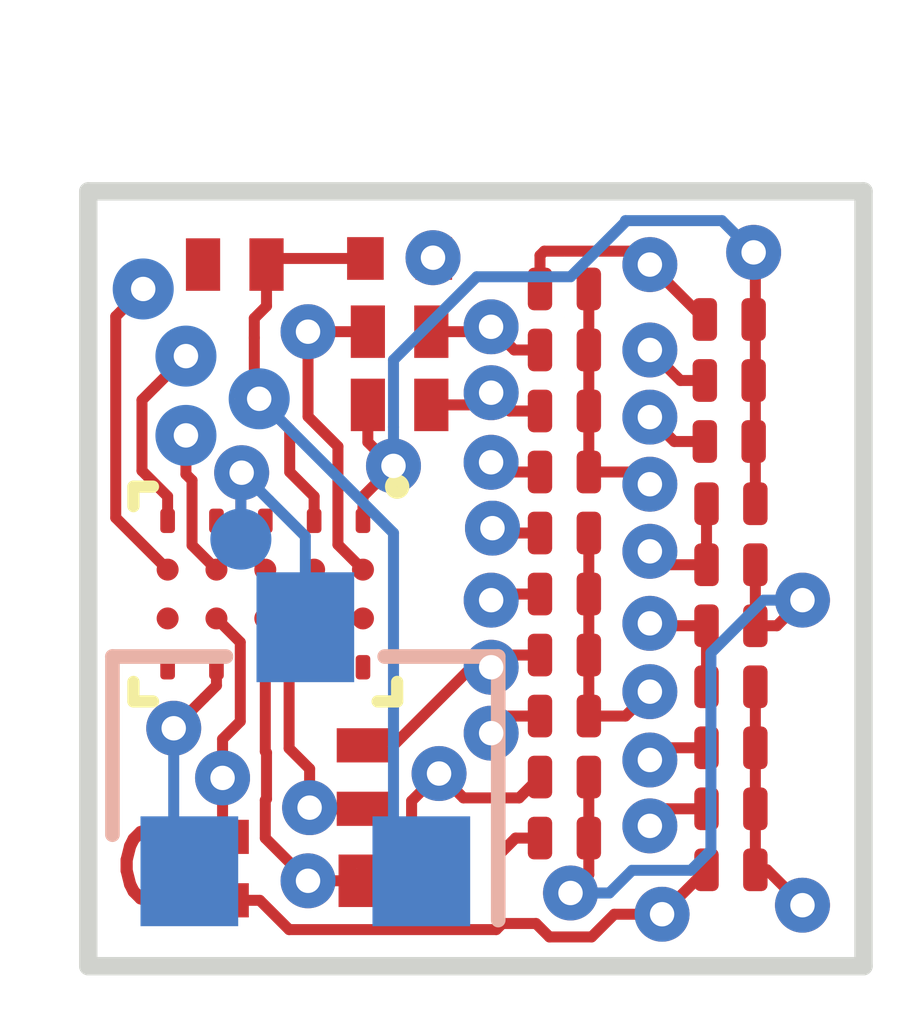
<source format=kicad_pcb>
(kicad_pcb (version 20221018) (generator pcbnew)
  (layers (0 "F.Cu" signal) (1 "In1.Cu" signal) (2 "In2.Cu" signal) (31 "B.Cu" signal) (34 "B.Paste" user) (35 "F.Paste" user) (36 "B.SilkS" user "B.Silkscreen") (37 "F.SilkS" user "F.Silkscreen") (38 "B.Mask" user) (39 "F.Mask" user) (44 "Edge.Cuts" user))
  (net 0 "")
  (net 1 "GND")
  (net 2 "+3V3")
  (net 3 "CRESET")
  (net 4 "HALL_EFFECT")
  (net 5 "Net-(U1-PadE4)")
  (net 6 "Net-(U1-PadB4)")
  (net 7 "Net-(U1-PadA4)")
  (net 8 "Net-(U1-PadE3)")
  (net 9 "Net-(U1-PadB3)")
  (net 10 "Net-(U1-PadA3)")
  (net 11 "Net-(U1-PadB2)")
  (net 12 "Net-(U1-PadD1)")
  (net 13 "Net-(U1-PadC1)")
  (net 14 "Net-(D1-Pad1)")
  (net 15 "Net-(D15-Pad1)")
  (net 16 "Net-(D11-Pad1)")
  (net 17 "Net-(D12-Pad1)")
  (net 18 "Net-(D13-Pad1)")
  (net 19 "/LED_4")
  (net 20 "/LED_3")
  (net 21 "/LED_2")
  (net 22 "/LED_1")
  (net 23 "/LED_0")
  (net 24 "/RESET")
  (net 25 "/SWCLK")
  (net 26 "/SWDIO")
  (footprint "ppPOV:WLCSP-20_1.93x2.43mm_Pitch0.4mm" (layer "F.Cu") (at 152.58 102.614 -90)
    (fp_text reference "U1" (at 0 -2 270) (layer "F.SilkS") (effects (font (size 0 0))))
    (fp_text value "ATSAMD11D14A-UUT")
    (fp_line (start -0.88 1.08) (end -0.88 0.92) (stroke (width 0.1)) (layer "F.SilkS"))
    (fp_line (start -0.88 1.08) (end -0.72 1.08) (stroke (width 0.1)) (layer "F.SilkS"))
    (fp_line (start 0.88 -1.08) (end 0.72 -1.08) (stroke (width 0.1)) (layer "F.SilkS"))
    (fp_line (start 0.88 -1.08) (end 0.88 -0.92) (stroke (width 0.1)) (layer "F.SilkS"))
    (fp_line (start 0.88 1.08) (end 0.72 1.08) (stroke (width 0.1)) (layer "F.SilkS"))
    (fp_line (start 0.88 1.08) (end 0.88 0.92) (stroke (width 0.1)) (layer "F.SilkS"))
    (fp_circle (center -0.88 -1.08) (end -0.83 -1.08) (stroke (width 0.1)) (fill none) (layer "F.SilkS"))
    (pad "A1" smd roundrect (at -0.6 -0.8 270) (size 0.2 0.12) (layers "F.Cu" "F.Mask") (net 22 "/LED_1"))
    (pad "A2" smd circle (at -0.2 -0.8 270) (size 0.18 0.18) (layers "F.Cu" "F.Mask") (net 21 "/LED_2"))
    (pad "A3" smd circle (at 0.2 -0.8 270) (size 0.18 0.18) (layers "F.Cu" "F.Mask") (net 10 "Net-(U1-PadA3)"))
    (pad "A4" smd roundrect (at 0.6 -0.8 270) (size 0.2 0.12) (layers "F.Cu" "F.Mask") (net 7 "Net-(U1-PadA4)"))
    (pad "B1" smd roundrect (at -0.6 -0.4 270) (size 0.2 0.12) (layers "F.Cu" "F.Mask") (net 2 "+3V3"))
    (pad "B2" smd circle (at -0.2 -0.4 270) (size 0.18 0.18) (layers "F.Cu" "F.Mask") (net 11 "Net-(U1-PadB2)"))
    (pad "B3" smd circle (at 0.2 -0.4 270) (size 0.18 0.18) (layers "F.Cu" "F.Mask") (net 9 "Net-(U1-PadB3)"))
    (pad "B4" smd roundrect (at 0.6 -0.4 270) (size 0.2 0.12) (layers "F.Cu" "F.Mask") (net 6 "Net-(U1-PadB4)"))
    (pad "C1" smd roundrect (at -0.6 0 270) (size 0.2 0.12) (layers "F.Cu" "F.Mask") (net 13 "Net-(U1-PadC1)"))
    (pad "C2" smd circle (at -0.2 0 270) (size 0.18 0.18) (layers "F.Cu" "F.Mask") (net 1 "GND"))
    (pad "C3" smd circle (at 0.2 0 270) (size 0.18 0.18) (layers "F.Cu" "F.Mask") (net 23 "/LED_0"))
    (pad "C4" smd roundrect (at 0.6 0 270) (size 0.2 0.12) (layers "F.Cu" "F.Mask") (net 20 "/LED_3"))
    (pad "D1" smd roundrect (at -0.6 0.4 270) (size 0.2 0.12) (layers "F.Cu" "F.Mask") (net 12 "Net-(U1-PadD1)"))
    (pad "D2" smd circle (at -0.2 0.4 270) (size 0.18 0.18) (layers "F.Cu" "F.Mask") (net 25 "/SWCLK"))
    (pad "D3" smd circle (at 0.2 0.4 270) (size 0.18 0.18) (layers "F.Cu" "F.Mask") (net 19 "/LED_4"))
    (pad "D4" smd roundrect (at 0.6 0.4 270) (size 0.2 0.12) (layers "F.Cu" "F.Mask") (net 4 "HALL_EFFECT"))
    (pad "E1" smd roundrect (at -0.6 0.8 270) (size 0.2 0.12) (layers "F.Cu" "F.Mask") (net 26 "/SWDIO"))
    (pad "E2" smd circle (at -0.2 0.8 270) (size 0.18 0.18) (layers "F.Cu" "F.Mask") (net 24 "/RESET"))
    (pad "E3" smd circle (at 0.2 0.8 270) (size 0.18 0.18) (layers "F.Cu" "F.Mask") (net 8 "Net-(U1-PadE3)"))
    (pad "E4" smd roundrect (at 0.6 0.8 270) (size 0.2 0.12) (layers "F.Cu" "F.Mask") (net 5 "Net-(U1-PadE4)"))
  )
  (footprint "ppPOV:0201_led" (layer "F.Cu") (at 155.03 104.614)
    (fp_text reference "D9" (at 0 -1.27) (layer "F.SilkS") (effects (font (size 0 0))))
    (fp_text value "LED")
    (pad "1" smd roundrect (at -0.2 0) (size 0.2 0.35) (layers "F.Cu" "F.Paste" "F.Mask") (net 18 "Net-(D13-Pad1)"))
    (pad "2" smd roundrect (at 0.2 0) (size 0.2 0.35) (layers "F.Cu" "F.Paste" "F.Mask") (net 21 "/LED_2"))
  )
  (footprint "ppPOV:0201_led" (layer "F.Cu") (at 155.03 100.614)
    (fp_text reference "D6" (at 0 -1.27) (layer "F.SilkS") (effects (font (size 0 0))))
    (fp_text value "LED")
    (pad "1" smd roundrect (at -0.2 0) (size 0.2 0.35) (layers "F.Cu" "F.Paste" "F.Mask") (net 15 "Net-(D15-Pad1)"))
    (pad "2" smd roundrect (at 0.2 0) (size 0.2 0.35) (layers "F.Cu" "F.Paste" "F.Mask") (net 20 "/LED_3"))
  )
  (footprint "ppPOV:0201_led" (layer "F.Cu") (at 155.03 104.114)
    (fp_text reference "D10" (at 0 -1.27) (layer "F.SilkS") (effects (font (size 0 0))))
    (fp_text value "LED")
    (pad "1" smd roundrect (at -0.2 0) (size 0.2 0.35) (layers "F.Cu" "F.Paste" "F.Mask") (net 14 "Net-(D1-Pad1)"))
    (pad "2" smd roundrect (at 0.2 0) (size 0.2 0.35) (layers "F.Cu" "F.Paste" "F.Mask") (net 21 "/LED_2"))
  )
  (footprint "ppPOV:0201_led" (layer "F.Cu") (at 155.03 103.114)
    (fp_text reference "D4" (at 0 -1.27) (layer "F.SilkS") (effects (font (size 0 0))))
    (fp_text value "LED")
    (pad "1" smd roundrect (at -0.2 0) (size 0.2 0.35) (layers "F.Cu" "F.Paste" "F.Mask") (net 17 "Net-(D12-Pad1)"))
    (pad "2" smd roundrect (at 0.2 0) (size 0.2 0.35) (layers "F.Cu" "F.Paste" "F.Mask") (net 19 "/LED_4"))
  )
  (footprint "ppPOV:0201_led" (layer "F.Cu") (at 155.03 102.114)
    (fp_text reference "D2" (at 0 -1.27) (layer "F.SilkS") (effects (font (size 0 0))))
    (fp_text value "LED")
    (pad "1" smd roundrect (at -0.2 0) (size 0.2 0.35) (layers "F.Cu" "F.Paste" "F.Mask") (net 15 "Net-(D15-Pad1)"))
    (pad "2" smd roundrect (at 0.2 0) (size 0.2 0.35) (layers "F.Cu" "F.Paste" "F.Mask") (net 19 "/LED_4"))
  )
  (footprint "ppPOV:0201_led" (layer "F.Cu") (at 155.03 102.614)
    (fp_text reference "D1" (at 0 -1.27) (layer "F.SilkS") (effects (font (size 0 0))))
    (fp_text value "LED")
    (pad "1" smd roundrect (at -0.2 0) (size 0.2 0.35) (layers "F.Cu" "F.Paste" "F.Mask") (net 14 "Net-(D1-Pad1)"))
    (pad "2" smd roundrect (at 0.2 0) (size 0.2 0.35) (layers "F.Cu" "F.Paste" "F.Mask") (net 19 "/LED_4"))
  )
  (footprint "ppPOV:0201_led" (layer "F.Cu") (at 155.03 103.614)
    (fp_text reference "D3" (at 0 -1.3) (layer "F.SilkS") (effects (font (size 0 0))))
    (fp_text value "LED")
    (pad "1" smd roundrect (at -0.2 0) (size 0.2 0.35) (layers "F.Cu" "F.Paste" "F.Mask") (net 16 "Net-(D11-Pad1)"))
    (pad "2" smd roundrect (at 0.2 0) (size 0.2 0.35) (layers "F.Cu" "F.Paste" "F.Mask") (net 19 "/LED_4"))
  )
  (footprint "ppPOV:0201_led" (layer "F.Cu") (at 155.03 100.114)
    (fp_text reference "D5" (at 0 -1.27) (layer "F.SilkS") (effects (font (size 0 0))))
    (fp_text value "LED")
    (pad "1" smd roundrect (at -0.2 0) (size 0.2 0.35) (layers "F.Cu" "F.Paste" "F.Mask") (net 18 "Net-(D13-Pad1)"))
    (pad "2" smd roundrect (at 0.2 0) (size 0.2 0.35) (layers "F.Cu" "F.Paste" "F.Mask") (net 20 "/LED_3"))
  )
  (footprint "ppPOV:0201_led" (layer "F.Cu") (at 155.03 101.114001)
    (fp_text reference "D7" (at 0 -1.27) (layer "F.SilkS") (effects (font (size 0 0))))
    (fp_text value "LED")
    (pad "1" smd roundrect (at -0.2 0) (size 0.2 0.35) (layers "F.Cu" "F.Paste" "F.Mask") (net 16 "Net-(D11-Pad1)"))
    (pad "2" smd roundrect (at 0.2 0) (size 0.2 0.35) (layers "F.Cu" "F.Paste" "F.Mask") (net 20 "/LED_3"))
  )
  (footprint "ppPOV:0201_led" (layer "F.Cu") (at 155.03 101.614)
    (fp_text reference "D8" (at 0 -1.27) (layer "F.SilkS") (effects (font (size 0 0))))
    (fp_text value "LED")
    (pad "1" smd roundrect (at -0.2 0) (size 0.2 0.35) (layers "F.Cu" "F.Paste" "F.Mask") (net 17 "Net-(D12-Pad1)"))
    (pad "2" smd roundrect (at 0.2 0) (size 0.2 0.35) (layers "F.Cu" "F.Paste" "F.Mask") (net 20 "/LED_3"))
  )
  (footprint "ppPOV:0201_led" (layer "F.Cu") (at 156.394 102.874)
    (fp_text reference "D11" (at 0 -1.27) (layer "F.SilkS") (effects (font (size 0 0))))
    (fp_text value "LED")
    (pad "1" smd roundrect (at -0.2 0) (size 0.2 0.35) (layers "F.Cu" "F.Paste" "F.Mask") (net 16 "Net-(D11-Pad1)"))
    (pad "2" smd roundrect (at 0.2 0) (size 0.2 0.35) (layers "F.Cu" "F.Paste" "F.Mask") (net 21 "/LED_2"))
  )
  (footprint "ppPOV:0201_led" (layer "F.Cu") (at 156.394 102.374)
    (fp_text reference "D12" (at 0 -1.27) (layer "F.SilkS") (effects (font (size 0 0))))
    (fp_text value "LED")
    (pad "1" smd roundrect (at -0.2 0) (size 0.2 0.35) (layers "F.Cu" "F.Paste" "F.Mask") (net 17 "Net-(D12-Pad1)"))
    (pad "2" smd roundrect (at 0.2 0) (size 0.2 0.35) (layers "F.Cu" "F.Paste" "F.Mask") (net 21 "/LED_2"))
  )
  (footprint "ppPOV:0201_led" (layer "F.Cu") (at 156.38 100.364)
    (fp_text reference "D13" (at 0 -1.27) (layer "F.SilkS") (effects (font (size 0 0))))
    (fp_text value "LED")
    (pad "1" smd roundrect (at -0.2 0) (size 0.2 0.35) (layers "F.Cu" "F.Paste" "F.Mask") (net 18 "Net-(D13-Pad1)"))
    (pad "2" smd roundrect (at 0.2 0) (size 0.2 0.35) (layers "F.Cu" "F.Paste" "F.Mask") (net 22 "/LED_1"))
  )
  (footprint "ppPOV:0201_led" (layer "F.Cu") (at 156.38 101.364)
    (fp_text reference "D14" (at 0 -1.27) (layer "F.SilkS") (effects (font (size 0 0))))
    (fp_text value "LED")
    (pad "1" smd roundrect (at -0.2 0) (size 0.2 0.35) (layers "F.Cu" "F.Paste" "F.Mask") (net 14 "Net-(D1-Pad1)"))
    (pad "2" smd roundrect (at 0.2 0) (size 0.2 0.35) (layers "F.Cu" "F.Paste" "F.Mask") (net 22 "/LED_1"))
  )
  (footprint "ppPOV:0201_led" (layer "F.Cu") (at 156.38 100.864)
    (fp_text reference "D15" (at 0 -1.27) (layer "F.SilkS") (effects (font (size 0 0))))
    (fp_text value "LED")
    (pad "1" smd roundrect (at -0.2 0) (size 0.2 0.35) (layers "F.Cu" "F.Paste" "F.Mask") (net 15 "Net-(D15-Pad1)"))
    (pad "2" smd roundrect (at 0.2 0) (size 0.2 0.35) (layers "F.Cu" "F.Paste" "F.Mask") (net 22 "/LED_1"))
  )
  (footprint "ppPOV:0201_led" (layer "F.Cu") (at 156.394 101.874)
    (fp_text reference "D16" (at 0 -1.27) (layer "F.SilkS") (effects (font (size 0 0))))
    (fp_text value "LED")
    (pad "1" smd roundrect (at -0.2 0) (size 0.2 0.35) (layers "F.Cu" "F.Paste" "F.Mask") (net 17 "Net-(D12-Pad1)"))
    (pad "2" smd roundrect (at 0.2 0) (size 0.2 0.35) (layers "F.Cu" "F.Paste" "F.Mask") (net 22 "/LED_1"))
  )
  (footprint "ppPOV:0201_led" (layer "F.Cu") (at 156.394 104.874)
    (fp_text reference "D17" (at 0 -1.27) (layer "F.SilkS") (effects (font (size 0 0))))
    (fp_text value "LED")
    (pad "1" smd roundrect (at -0.2 0) (size 0.2 0.35) (layers "F.Cu" "F.Paste" "F.Mask") (net 18 "Net-(D13-Pad1)"))
    (pad "2" smd roundrect (at 0.2 0) (size 0.2 0.35) (layers "F.Cu" "F.Paste" "F.Mask") (net 23 "/LED_0"))
  )
  (footprint "ppPOV:0201_led" (layer "F.Cu") (at 156.394 104.374001)
    (fp_text reference "D18" (at 0 -1.27) (layer "F.SilkS") (effects (font (size 0 0))))
    (fp_text value "LED")
    (pad "1" smd roundrect (at -0.2 0) (size 0.2 0.35) (layers "F.Cu" "F.Paste" "F.Mask") (net 14 "Net-(D1-Pad1)"))
    (pad "2" smd roundrect (at 0.2 0) (size 0.2 0.35) (layers "F.Cu" "F.Paste" "F.Mask") (net 23 "/LED_0"))
  )
  (footprint "ppPOV:0201_led" (layer "F.Cu") (at 156.394 103.874)
    (fp_text reference "D19" (at 0 -1.27) (layer "F.SilkS") (effects (font (size 0 0))))
    (fp_text value "LED")
    (pad "1" smd roundrect (at -0.2 0) (size 0.2 0.35) (layers "F.Cu" "F.Paste" "F.Mask") (net 15 "Net-(D15-Pad1)"))
    (pad "2" smd roundrect (at 0.2 0) (size 0.2 0.35) (layers "F.Cu" "F.Paste" "F.Mask") (net 23 "/LED_0"))
  )
  (footprint "ppPOV:0201_led" (layer "F.Cu") (at 156.394 103.374)
    (fp_text reference "D20" (at 0 -1.27) (layer "F.SilkS") (effects (font (size 0 0))))
    (fp_text value "LED")
    (pad "1" smd roundrect (at -0.2 0) (size 0.2 0.35) (layers "F.Cu" "F.Paste" "F.Mask") (net 16 "Net-(D11-Pad1)"))
    (pad "2" smd roundrect (at 0.2 0) (size 0.2 0.35) (layers "F.Cu" "F.Paste" "F.Mask") (net 23 "/LED_0"))
  )
  (footprint "Capacitors_SMD:C_0201_NoSilk" (layer "F.Cu") (at 153.68 99.864)
    (fp_text reference "C1" (at 0 -1.27) (layer "F.SilkS") (effects (font (size 0 0))))
    (fp_text value "100nF")
    (pad "1" smd rect (at -0.28 0) (size 0.3 0.35) (layers "F.Cu" "F.Paste" "F.Mask") (net 2 "+3V3"))
    (pad "2" smd rect (at 0.28 0) (size 0.3 0.35) (layers "F.Cu" "F.Paste" "F.Mask") (net 1 "GND"))
  )
  (footprint "Resistors_SMD:R_0201_NoSilk" (layer "F.Cu") (at 152.23 104.864 -90)
    (fp_text reference "R1" (at 0 -1.1 270) (layer "F.SilkS") (effects (font (size 0 0))))
    (fp_text value "68R")
    (pad "1" smd rect (at -0.26 0 270) (size 0.28 0.43) (layers "F.Cu" "F.Paste" "F.Mask") (net 19 "/LED_4"))
    (pad "2" smd rect (at 0.26 0 270) (size 0.28 0.43) (layers "F.Cu" "F.Paste" "F.Mask") (net 18 "Net-(D13-Pad1)"))
  )
  (footprint "Resistors_SMD:R_0201_NoSilk" (layer "F.Cu") (at 153.58 104.964)
    (fp_text reference "R2" (at 0 -1.1) (layer "F.SilkS") (effects (font (size 0 0))))
    (fp_text value "68R")
    (pad "1" smd rect (at -0.26 0) (size 0.28 0.43) (layers "F.Cu" "F.Paste" "F.Mask") (net 20 "/LED_3"))
    (pad "2" smd rect (at 0.26 0) (size 0.28 0.43) (layers "F.Cu" "F.Paste" "F.Mask") (net 14 "Net-(D1-Pad1)"))
  )
  (footprint "Resistors_SMD:R_0201_NoSilk" (layer "F.Cu") (at 153.68 100.464)
    (fp_text reference "R3" (at 0 -1.1) (layer "F.SilkS") (effects (font (size 0 0))))
    (fp_text value "68R")
    (pad "1" smd rect (at -0.26 0) (size 0.28 0.43) (layers "F.Cu" "F.Paste" "F.Mask") (net 21 "/LED_2"))
    (pad "2" smd rect (at 0.26 0) (size 0.28 0.43) (layers "F.Cu" "F.Paste" "F.Mask") (net 15 "Net-(D15-Pad1)"))
  )
  (footprint "Resistors_SMD:R_0201_NoSilk" (layer "F.Cu") (at 153.68 101.064)
    (fp_text reference "R4" (at 0 -1.1) (layer "F.SilkS") (effects (font (size 0 0))))
    (fp_text value "68R")
    (pad "1" smd rect (at -0.26 0) (size 0.28 0.43) (layers "F.Cu" "F.Paste" "F.Mask") (net 22 "/LED_1"))
    (pad "2" smd rect (at 0.26 0) (size 0.28 0.43) (layers "F.Cu" "F.Paste" "F.Mask") (net 16 "Net-(D11-Pad1)"))
  )
  (footprint "Resistors_SMD:R_0201_NoSilk" (layer "F.Cu") (at 153.38 104.114 90)
    (fp_text reference "R5" (at 0 -1.1 90) (layer "F.SilkS") (effects (font (size 0 0))))
    (fp_text value "68R")
    (pad "1" smd rect (at -0.26 0 90) (size 0.28 0.43) (layers "F.Cu" "F.Paste" "F.Mask") (net 23 "/LED_0"))
    (pad "2" smd rect (at 0.26 0 90) (size 0.28 0.43) (layers "F.Cu" "F.Paste" "F.Mask") (net 17 "Net-(D12-Pad1)"))
  )
  (footprint "Resistors_SMD:R_0201_NoSilk" (layer "F.Cu") (at 152.33 99.914 180)
    (fp_text reference "R6" (at 0 -1.1 180) (layer "F.SilkS") (effects (font (size 0 0))))
    (fp_text value "R")
    (pad "1" smd rect (at -0.26 0 180) (size 0.28 0.43) (layers "F.Cu" "F.Paste" "F.Mask") (net 2 "+3V3"))
    (pad "2" smd rect (at 0.26 0 180) (size 0.28 0.43) (layers "F.Cu" "F.Paste" "F.Mask") (net 3 "CRESET"))
  )
  (footprint "TO_SOT_Packages_SMD:SOT-23" (layer "B.Cu") (at 152.908 103.886 90)
    (fp_text reference "U4" (at 0 2.5 90) (layer "B.SilkS") (effects (font (size 0 0)) (justify mirror)))
    (fp_text value "DRV5023")
    (fp_line (start 0.76 -1.58) (end -0.7 -1.58) (stroke (width 0.12)) (layer "B.SilkS"))
    (fp_line (start 0.76 -1.58) (end 0.76 -0.65) (stroke (width 0.12)) (layer "B.SilkS"))
    (fp_line (start 0.76 1.58) (end -1.4 1.58) (stroke (width 0.12)) (layer "B.SilkS"))
    (fp_line (start 0.76 1.58) (end 0.76 0.65) (stroke (width 0.12)) (layer "B.SilkS"))
    (pad "1" smd rect (at -1 0.95 90) (size 0.9 0.8) (layers "B.Cu" "B.Paste" "B.Mask") (net 2 "+3V3"))
    (pad "2" smd rect (at -1 -0.95 90) (size 0.9 0.8) (layers "B.Cu" "B.Paste" "B.Mask") (net 4 "HALL_EFFECT"))
    (pad "3" smd rect (at 1 0 90) (size 0.9 0.8) (layers "B.Cu" "B.Paste" "B.Mask") (net 1 "GND"))
  )
  (footprint "ppPOV:Measurement_Point_Round-SMD-Pad_Small" (layer "B.Cu") (at 151.58 100.114)
    (fp_text reference "J1" (at 0 2) (layer "B.SilkS") (effects (font (size 0 0)) (justify mirror)))
    (fp_text value "TEST_1P")
    (pad "1" smd circle (at 0 0) (size 0.5 0.5) (layers "B.Cu" "B.Mask") (net 24 "/RESET"))
  )
  (footprint "ppPOV:Measurement_Point_Round-SMD-Pad_Small" (layer "B.Cu") (at 151.93 101.314)
    (fp_text reference "J2" (at 0 2) (layer "B.SilkS") (effects (font (size 0 0)) (justify mirror)))
    (fp_text value "TEST_1P")
    (pad "1" smd circle (at 0 0) (size 0.5 0.5) (layers "B.Cu" "B.Mask") (net 25 "/SWCLK"))
  )
  (footprint "ppPOV:Measurement_Point_Round-SMD-Pad_Small" (layer "B.Cu") (at 151.93 100.664)
    (fp_text reference "J3" (at 0 2) (layer "B.SilkS") (effects (font (size 0 0)) (justify mirror)))
    (fp_text value "TEST_1P")
    (pad "1" smd circle (at 0 0) (size 0.5 0.5) (layers "B.Cu" "B.Mask") (net 26 "/SWDIO"))
  )
  (footprint "ppPOV:Measurement_Point_Round-SMD-Pad_Small" (layer "B.Cu") (at 152.53 101.014)
    (fp_text reference "J6" (at 0 2) (layer "B.SilkS") (effects (font (size 0 0)) (justify mirror)))
    (fp_text value "TEST_1P")
    (pad "1" smd circle (at 0 0) (size 0.5 0.5) (layers "B.Cu" "B.Mask") (net 2 "+3V3"))
  )
  (footprint "ppPOV:Measurement_Point_Round-SMD-Pad_Small" (layer "B.Cu") (at 152.38 102.164)
    (fp_text reference "J7" (at 0 2) (layer "B.SilkS") (effects (font (size 0 0)) (justify mirror)))
    (fp_text value "TEST_1P")
    (pad "1" smd circle (at 0 0) (size 0.5 0.5) (layers "B.Cu" "B.Mask") (net 1 "GND"))
  )
  (gr_line (start 151.13 99.314) (end 157.48 99.314) (stroke (width 0.15)) (layer "Edge.Cuts"))
  (gr_line (start 157.48 99.314) (end 157.48 105.664) (stroke (width 0.15)) (layer "Edge.Cuts"))
  (gr_line (start 157.48 105.664) (end 151.13 105.664) (stroke (width 0.15)) (layer "Edge.Cuts"))
  (gr_line (start 151.13 105.664) (end 151.13 99.314) (stroke (width 0.15)) (layer "Edge.Cuts"))
  (gr_text "G" (at 151.63 104.864) (layer "F.Cu") (effects (font (size 0.6 0.6) (thickness 0.1))))
  (segment (start 152.38 101.626001) (end 152.386402 101.619599) (width 0.09) (layer "F.Cu") (net 1))
  (segment (start 152.38 102.214) (end 152.38 101.626001) (width 0.09) (layer "F.Cu") (net 1))
  (segment (start 153.96 99.864) (end 153.953696 99.857696) (width 0.09) (layer "F.Cu") (net 1))
  (segment (start 152.58 102.414) (end 152.38 102.214) (width 0.09) (layer "F.Cu") (net 1))
  (via (at 153.953696 99.857696) (size 0.45) (drill 0.2) (layers "F.Cu" "B.Cu") (net 1))
  (via (at 152.386402 101.619599) (size 0.45) (drill 0.2) (layers "F.Cu" "B.Cu") (net 1))
  (segment (start 152.611401 101.844598) (end 152.386402 101.619599) (width 0.09) (layer "B.Cu") (net 1))
  (segment (start 152.908 102.141197) (end 152.611401 101.844598) (width 0.09) (layer "B.Cu") (net 1))
  (segment (start 152.38 102.164) (end 152.38 101.626001) (width 0.09) (layer "B.Cu") (net 1))
  (segment (start 152.908 102.886) (end 152.908 102.141197) (width 0.09) (layer "B.Cu") (net 1))
  (segment (start 152.38 101.626001) (end 152.386402 101.619599) (width 0.09) (layer "B.Cu") (net 1))
  (segment (start 152.98 102.014) (end 152.98 101.814) (width 0.09) (layer "F.Cu") (net 2))
  (segment (start 152.64 99.864) (end 152.59 99.914) (width 0.09) (layer "F.Cu") (net 2))
  (segment (start 152.78 101.264) (end 152.78 101.614) (width 0.09) (layer "F.Cu") (net 2))
  (segment (start 152.78 101.614) (end 152.98 101.814) (width 0.09) (layer "F.Cu") (net 2))
  (segment (start 153.4 99.864) (end 152.64 99.864) (width 0.09) (layer "F.Cu") (net 2))
  (segment (start 152.49 100.514) (end 152.49 100.354) (width 0.09) (layer "F.Cu") (net 2))
  (segment (start 152.59 100.254) (end 152.59 99.914) (width 0.09) (layer "F.Cu") (net 2))
  (segment (start 152.78 101.264) (end 152.53 101.014) (width 0.09) (layer "F.Cu") (net 2))
  (segment (start 152.49 100.514) (end 152.49 100.974) (width 0.09) (layer "F.Cu") (net 2))
  (segment (start 152.49 100.974) (end 152.53 101.014) (width 0.09) (layer "F.Cu") (net 2))
  (segment (start 152.49 100.354) (end 152.59 100.254) (width 0.09) (layer "F.Cu") (net 2))
  (via (at 152.53 101.014) (size 0.45) (drill 0.2) (layers "F.Cu" "B.Cu") (net 2))
  (segment (start 152.53 101.014) (end 153.63 102.114) (width 0.09) (layer "B.Cu") (net 2))
  (segment (start 153.63 104.608) (end 153.858 104.836) (width 0.09) (layer "B.Cu") (net 2))
  (segment (start 153.858 104.836) (end 153.858 104.886) (width 0.09) (layer "B.Cu") (net 2))
  (segment (start 153.63 102.114) (end 153.63 104.608) (width 0.09) (layer "B.Cu") (net 2))
  (segment (start 152.18 103.364) (end 152.08 103.464) (width 0.09) (layer "F.Cu") (net 4))
  (segment (start 152.08 103.464) (end 151.83 103.714) (width 0.09) (layer "F.Cu") (net 4))
  (segment (start 152.18 103.214) (end 152.18 103.364) (width 0.09) (layer "F.Cu") (net 4))
  (via (at 151.83 103.714) (size 0.45) (drill 0.2) (layers "F.Cu" "B.Cu") (net 4))
  (segment (start 151.958 104.886) (end 151.958 104.836) (width 0.09) (layer "B.Cu") (net 4))
  (segment (start 151.958 104.836) (end 151.83 104.708) (width 0.09) (layer "B.Cu") (net 4))
  (segment (start 151.83 104.708) (end 151.83 103.714) (width 0.09) (layer "B.Cu") (net 4))
  (segment (start 154.65929 104.28471) (end 154.203044 104.28471) (width 0.09) (layer "F.Cu") (net 14))
  (segment (start 154.83 102.614) (end 154.480006 102.614) (width 0.09) (layer "F.Cu") (net 14))
  (segment (start 154.83 104.114) (end 154.65929 104.28471) (width 0.09) (layer "F.Cu") (net 14))
  (segment (start 156.194 104.374001) (end 155.869999 104.374001) (width 0.09) (layer "F.Cu") (net 14))
  (segment (start 153.84 104.659) (end 153.77825 104.59725) (width 0.09) (layer "F.Cu") (net 14))
  (segment (start 155.869999 104.374001) (end 155.73 104.514) (width 0.09) (layer "F.Cu") (net 14))
  (segment (start 154.480006 102.614) (end 154.43 102.664006) (width 0.09) (layer "F.Cu") (net 14))
  (segment (start 155.93 101.364) (end 155.73 101.164) (width 0.09) (layer "F.Cu") (net 14))
  (segment (start 153.77825 104.59725) (end 153.77825 104.309914) (width 0.09) (layer "F.Cu") (net 14))
  (segment (start 154.203044 104.28471) (end 154.003249 104.084915) (width 0.09) (layer "F.Cu") (net 14))
  (segment (start 154.003249 104.084915) (end 153.77825 104.309914) (width 0.09) (layer "F.Cu") (net 14))
  (segment (start 156.18 101.364) (end 155.93 101.364) (width 0.09) (layer "F.Cu") (net 14))
  (segment (start 153.84 104.964) (end 153.84 104.659) (width 0.09) (layer "F.Cu") (net 14))
  (via (at 155.73 104.514) (size 0.45) (drill 0.2) (layers "F.Cu" "B.Cu") (net 14))
  (via (at 155.73 101.164) (size 0.45) (drill 0.2) (layers "F.Cu" "B.Cu") (net 14))
  (via (at 154.43 102.664006) (size 0.45) (drill 0.2) (layers "F.Cu" "B.Cu") (net 14))
  (via (at 154.003249 104.084915) (size 0.45) (drill 0.2) (layers "F.Cu" "B.Cu") (net 14))
  (segment (start 156.18 100.864) (end 155.98 100.864) (width 0.09) (layer "F.Cu") (net 15))
  (segment (start 154.480712 102.114) (end 154.440808 102.074096) (width 0.09) (layer "F.Cu") (net 15))
  (segment (start 154.83 102.114) (end 154.480712 102.114) (width 0.09) (layer "F.Cu") (net 15))
  (segment (start 154.389312 100.464) (end 154.429323 100.423989) (width 0.09) (layer "F.Cu") (net 15))
  (segment (start 155.98 100.864) (end 155.73 100.614) (width 0.09) (layer "F.Cu") (net 15))
  (segment (start 156.194 103.874) (end 155.829987 103.874) (width 0.09) (layer "F.Cu") (net 15))
  (segment (start 155.829987 103.874) (end 155.73 103.973987) (width 0.09) (layer "F.Cu") (net 15))
  (segment (start 154.83 100.614) (end 154.619334 100.614) (width 0.09) (layer "F.Cu") (net 15))
  (segment (start 154.619334 100.614) (end 154.429323 100.423989) (width 0.09) (layer "F.Cu") (net 15))
  (segment (start 153.94 100.464) (end 154.389312 100.464) (width 0.09) (layer "F.Cu") (net 15))
  (via (at 154.429323 100.423989) (size 0.45) (drill 0.2) (layers "F.Cu" "B.Cu") (net 15))
  (via (at 155.73 103.973987) (size 0.45) (drill 0.2) (layers "F.Cu" "B.Cu") (net 15))
  (via (at 155.73 100.614) (size 0.45) (drill 0.2) (layers "F.Cu" "B.Cu") (net 15))
  (via (at 154.440808 102.074096) (size 0.45) (drill 0.2) (layers "F.Cu" "B.Cu") (net 15))
  (segment (start 154.83 103.614) (end 154.570013 103.614) (width 0.09) (layer "F.Cu") (net 16))
  (segment (start 154.33 101.064) (end 154.43 100.964) (width 0.09) (layer "F.Cu") (net 16))
  (segment (start 156.194 102.874) (end 156.194 103.374) (width 0.09) (layer "F.Cu") (net 16))
  (segment (start 154.83 101.114001) (end 154.580001 101.114001) (width 0.09) (layer "F.Cu") (net 16))
  (segment (start 155.749987 102.874) (end 155.73 102.854013) (width 0.09) (layer "F.Cu") (net 16))
  (segment (start 154.580001 101.114001) (end 154.43 100.964) (width 0.09) (layer "F.Cu") (net 16))
  (segment (start 156.194 102.874) (end 155.749987 102.874) (width 0.09) (layer "F.Cu") (net 16))
  (segment (start 154.570013 103.614) (end 154.43 103.754013) (width 0.09) (layer "F.Cu") (net 16))
  (segment (start 153.94 101.064) (end 154.33 101.064) (width 0.09) (layer "F.Cu") (net 16))
  (via (at 154.43 100.964) (size 0.45) (drill 0.2) (layers "F.Cu" "B.Cu") (net 16))
  (via (at 155.73 102.854013) (size 0.45) (drill 0.2) (layers "F.Cu" "B.Cu") (net 16))
  (via (at 154.43 103.754013) (size 0.45) (drill 0.2) (layers "F.Cu" "B.Cu") (net 16))
  (segment (start 156.194 102.374) (end 155.840004 102.374) (width 0.09) (layer "F.Cu") (net 17))
  (segment (start 154.83 101.614) (end 154.509164 101.614) (width 0.09) (layer "F.Cu") (net 17))
  (segment (start 154.83 103.114) (end 154.53 103.114) (width 0.09) (layer "F.Cu") (net 17))
  (segment (start 154.509164 101.614) (end 154.429369 101.534205) (width 0.09) (layer "F.Cu") (net 17))
  (segment (start 156.194 101.874) (end 156.194 102.374) (width 0.09) (layer "F.Cu") (net 17))
  (segment (start 153.39 103.864) (end 153.62 103.864) (width 0.09) (layer "F.Cu") (net 17))
  (segment (start 155.840004 102.374) (end 155.73 102.263996) (width 0.09) (layer "F.Cu") (net 17))
  (segment (start 154.27 103.214) (end 154.43 103.214) (width 0.09) (layer "F.Cu") (net 17))
  (segment (start 153.62 103.864) (end 154.27 103.214) (width 0.09) (layer "F.Cu") (net 17))
  (segment (start 154.53 103.114) (end 154.43 103.214) (width 0.09) (layer "F.Cu") (net 17))
  (via (at 155.73 102.263996) (size 0.45) (drill 0.2) (layers "F.Cu" "B.Cu") (net 17))
  (via (at 154.429369 101.534205) (size 0.45) (drill 0.2) (layers "F.Cu" "B.Cu") (net 17))
  (via (at 154.43 103.214) (size 0.45) (drill 0.2) (layers "F.Cu" "B.Cu") (net 17))
  (segment (start 155.252801 105.424001) (end 154.907199 105.424001) (width 0.09) (layer "F.Cu") (net 18))
  (segment (start 152.775 105.364) (end 154.471384 105.364) (width 0.09) (layer "F.Cu") (net 18))
  (segment (start 156.194 104.874) (end 155.88 105.188) (width 0.09) (layer "F.Cu") (net 18))
  (segment (start 154.86501 99.80399) (end 154.83 99.839) (width 0.09) (layer "F.Cu") (net 18))
  (segment (start 152.23 105.124) (end 152.535 105.124) (width 0.09) (layer "F.Cu") (net 18))
  (segment (start 155.73 99.914) (end 155.61999 99.80399) (width 0.09) (layer "F.Cu") (net 18))
  (segment (start 154.48 104.764) (end 154.48 105.272616) (width 0.09) (layer "F.Cu") (net 18))
  (segment (start 155.438802 105.238) (end 155.252801 105.424001) (width 0.09) (layer "F.Cu") (net 18))
  (segment (start 155.88 105.188) (end 155.83 105.238) (width 0.09) (layer "F.Cu") (net 18))
  (segment (start 154.48 105.272616) (end 154.521384 105.314) (width 0.09) (layer "F.Cu") (net 18))
  (segment (start 154.63 104.614) (end 154.48 104.764) (width 0.09) (layer "F.Cu") (net 18))
  (segment (start 154.471384 105.364) (end 154.521384 105.314) (width 0.09) (layer "F.Cu") (net 18))
  (segment (start 156.18 100.364) (end 155.73 99.914) (width 0.09) (layer "F.Cu") (net 18))
  (segment (start 155.61999 99.80399) (end 154.86501 99.80399) (width 0.09) (layer "F.Cu") (net 18))
  (segment (start 152.535 105.124) (end 152.775 105.364) (width 0.09) (layer "F.Cu") (net 18))
  (segment (start 154.83 104.614) (end 154.63 104.614) (width 0.09) (layer "F.Cu") (net 18))
  (segment (start 152.08 105.124) (end 152.155 105.124) (width 0.09) (layer "F.Cu") (net 18))
  (segment (start 154.83 99.839) (end 154.83 100.114) (width 0.09) (layer "F.Cu") (net 18))
  (segment (start 155.83 105.238) (end 155.438802 105.238) (width 0.09) (layer "F.Cu") (net 18))
  (segment (start 154.907199 105.424001) (end 154.797198 105.314) (width 0.09) (layer "F.Cu") (net 18))
  (segment (start 154.521384 105.314) (end 154.797198 105.314) (width 0.09) (layer "F.Cu") (net 18))
  (via (at 155.73 99.914) (size 0.45) (drill 0.2) (layers "F.Cu" "B.Cu") (net 18))
  (via (at 155.83 105.238) (size 0.45) (drill 0.2) (layers "F.Cu" "B.Cu") (net 18))
  (segment (start 155.23 102.114) (end 155.23 102.614) (width 0.09) (layer "F.Cu") (net 19))
  (segment (start 152.37501 103.00901) (end 152.37501 103.657768) (width 0.09) (layer "F.Cu") (net 19))
  (segment (start 152.23 103.802778) (end 152.23 104.120976) (width 0.09) (layer "F.Cu") (net 19))
  (segment (start 155.23 103.114) (end 155.23 102.614) (width 0.09) (layer "F.Cu") (net 19))
  (segment (start 152.37501 103.657768) (end 152.23 103.802778) (width 0.09) (layer "F.Cu") (net 19))
  (segment (start 155.23 103.613999) (end 155.530001 103.613999) (width 0.09) (layer "F.Cu") (net 19))
  (segment (start 155.23 103.613999) (end 155.23 103.114) (width 0.09) (layer "F.Cu") (net 19))
  (segment (start 155.530001 103.613999) (end 155.73 103.414) (width 0.09) (layer "F.Cu") (net 19))
  (segment (start 152.18 102.814) (end 152.37501 103.00901) (width 0.09) (layer "F.Cu") (net 19))
  (segment (start 152.23 104.604) (end 152.23 104.120976) (width 0.09) (layer "F.Cu") (net 19))
  (via (at 152.23 104.120976) (size 0.45) (drill 0.2) (layers "F.Cu" "B.Cu") (net 19))
  (via (at 155.73 103.414) (size 0.45) (drill 0.2) (layers "F.Cu" "B.Cu") (net 19))
  (segment (start 152.93 104.964) (end 152.929998 104.964002) (width 0.09) (layer "F.Cu") (net 20))
  (segment (start 152.58 103.903999) (end 152.590001 103.914) (width 0.09) (layer "F.Cu") (net 20))
  (segment (start 155.23 100.614) (end 155.23 100.114) (width 0.09) (layer "F.Cu") (net 20))
  (segment (start 153.32 104.964) (end 152.93 104.964) (width 0.09) (layer "F.Cu") (net 20))
  (segment (start 155.23 101.614) (end 155.23 101.114001) (width 0.09) (layer "F.Cu") (net 20))
  (segment (start 152.929998 104.964002) (end 152.580009 104.614013) (width 0.09) (layer "F.Cu") (net 20))
  (segment (start 152.580009 104.303781) (end 152.590001 104.293789) (width 0.09) (layer "F.Cu") (net 20))
  (segment (start 155.23 101.114001) (end 155.23 100.614) (width 0.09) (layer "F.Cu") (net 20))
  (segment (start 152.58 103.214) (end 152.58 103.903999) (width 0.09) (layer "F.Cu") (net 20))
  (segment (start 155.63 101.614) (end 155.73 101.714) (width 0.09) (layer "F.Cu") (net 20))
  (segment (start 152.580009 104.614013) (end 152.580009 104.303781) (width 0.09) (layer "F.Cu") (net 20))
  (segment (start 155.23 101.614) (end 155.63 101.614) (width 0.09) (layer "F.Cu") (net 20))
  (segment (start 152.590001 104.293789) (end 152.590001 103.914) (width 0.09) (layer "F.Cu") (net 20))
  (via (at 155.73 101.714) (size 0.45) (drill 0.2) (layers "F.Cu" "B.Cu") (net 20))
  (via (at 152.929998 104.964002) (size 0.45) (drill 0.2) (layers "F.Cu" "B.Cu") (net 20))
  (segment (start 156.594 102.874) (end 156.594 102.374) (width 0.09) (layer "F.Cu") (net 21))
  (segment (start 153.42 100.464) (end 152.93 100.464) (width 0.09) (layer "F.Cu") (net 21))
  (segment (start 153.17501 102.20901) (end 153.17501 101.404438) (width 0.09) (layer "F.Cu") (net 21))
  (segment (start 156.594 102.874) (end 156.77 102.874) (width 0.09) (layer "F.Cu") (net 21))
  (segment (start 155.23 104.614) (end 155.23 104.114) (width 0.09) (layer "F.Cu") (net 21))
  (segment (start 153.17501 101.404438) (end 152.93 101.159428) (width 0.09) (layer "F.Cu") (net 21))
  (segment (start 156.77 102.874) (end 156.98 102.664) (width 0.09) (layer "F.Cu") (net 21))
  (segment (start 152.93 101.159428) (end 152.93 100.464) (width 0.09) (layer "F.Cu") (net 21))
  (segment (start 155.23 104.614) (end 155.23 104.914) (width 0.09) (layer "F.Cu") (net 21))
  (segment (start 155.23 104.914) (end 155.08 105.064) (width 0.09) (layer "F.Cu") (net 21))
  (segment (start 153.38 102.414) (end 153.17501 102.20901) (width 0.09) (layer "F.Cu") (net 21))
  (via (at 155.08 105.064) (size 0.45) (drill 0.2) (layers "F.Cu" "B.Cu") (net 21))
  (via (at 156.98 102.664) (size 0.45) (drill 0.2) (layers "F.Cu" "B.Cu") (net 21))
  (via (at 152.93 100.464) (size 0.45) (drill 0.2) (layers "F.Cu" "B.Cu") (net 21))
  (segment (start 156.066001 104.877999) (end 155.584199 104.877999) (width 0.09) (layer "B.Cu") (net 21))
  (segment (start 156.23 103.095802) (end 156.23 104.714) (width 0.09) (layer "B.Cu") (net 21))
  (segment (start 155.584199 104.877999) (end 155.398198 105.064) (width 0.09) (layer "B.Cu") (net 21))
  (segment (start 156.661802 102.664) (end 156.23 103.095802) (width 0.09) (layer "B.Cu") (net 21))
  (segment (start 156.98 102.664) (end 156.661802 102.664) (width 0.09) (layer "B.Cu") (net 21))
  (segment (start 155.398198 105.064) (end 155.08 105.064) (width 0.09) (layer "B.Cu") (net 21))
  (segment (start 156.23 104.714) (end 156.066001 104.877999) (width 0.09) (layer "B.Cu") (net 21))
  (segment (start 156.594 101.374) (end 156.594 100.874) (width 0.09) (layer "F.Cu") (net 22))
  (segment (start 153.42 101.064) (end 153.42 101.369) (width 0.09) (layer "F.Cu") (net 22))
  (segment (start 153.38 102.014) (end 153.38 101.814) (width 0.09) (layer "F.Cu") (net 22))
  (segment (start 156.594 100.374) (end 156.594 99.828) (width 0.09) (layer "F.Cu") (net 22))
  (segment (start 156.594 99.828) (end 156.58 99.814) (width 0.09) (layer "F.Cu") (net 22))
  (segment (start 153.42 101.369) (end 153.615 101.564) (width 0.09) (layer "F.Cu") (net 22))
  (segment (start 156.594 100.874) (end 156.594 100.374) (width 0.09) (layer "F.Cu") (net 22))
  (segment (start 153.615 101.564) (end 153.63 101.564) (width 0.09) (layer "F.Cu") (net 22))
  (segment (start 156.594 101.874) (end 156.594 101.374) (width 0.09) (layer "F.Cu") (net 22))
  (segment (start 153.38 101.814) (end 153.63 101.564) (width 0.09) (layer "F.Cu") (net 22))
  (via (at 156.58 99.814) (size 0.45) (drill 0.2) (layers "F.Cu" "B.Cu") (net 22))
  (via (at 153.63 101.564) (size 0.45) (drill 0.2) (layers "F.Cu" "B.Cu") (net 22))
  (segment (start 156.319999 99.553999) (end 155.53 99.553999) (width 0.09) (layer "B.Cu") (net 22))
  (segment (start 154.311802 100.014) (end 153.63 100.695802) (width 0.09) (layer "B.Cu") (net 22))
  (segment (start 153.63 101.245802) (end 153.63 101.564) (width 0.09) (layer "B.Cu") (net 22))
  (segment (start 155.53 99.553999) (end 155.53 99.564) (width 0.09) (layer "B.Cu") (net 22))
  (segment (start 155.53 99.564) (end 155.08 100.014) (width 0.09) (layer "B.Cu") (net 22))
  (segment (start 156.58 99.814) (end 156.319999 99.553999) (width 0.09) (layer "B.Cu") (net 22))
  (segment (start 153.63 100.695802) (end 153.63 101.245802) (width 0.09) (layer "B.Cu") (net 22))
  (segment (start 155.08 100.014) (end 154.311802 100.014) (width 0.09) (layer "B.Cu") (net 22))
  (segment (start 152.58 102.814) (end 152.77501 103.00901) (width 0.09) (layer "F.Cu") (net 23))
  (segment (start 152.94298 104.046395) (end 152.94298 104.364593) (width 0.09) (layer "F.Cu") (net 23))
  (segment (start 152.77501 103.878425) (end 152.94298 104.046395) (width 0.09) (layer "F.Cu") (net 23))
  (segment (start 153.38 104.374) (end 152.952387 104.374) (width 0.09) (layer "F.Cu") (net 23))
  (segment (start 156.594 104.374001) (end 156.594 103.874) (width 0.09) (layer "F.Cu") (net 23))
  (segment (start 152.952387 104.374) (end 152.94298 104.364593) (width 0.09) (layer "F.Cu") (net 23))
  (segment (start 156.69 104.874) (end 156.98 105.164) (width 0.09) (layer "F.Cu") (net 23))
  (segment (start 156.594 104.874) (end 156.69 104.874) (width 0.09) (layer "F.Cu") (net 23))
  (segment (start 156.594 104.874) (end 156.594 104.374001) (width 0.09) (layer "F.Cu") (net 23))
  (segment (start 156.594 103.374) (end 156.594 103.874) (width 0.09) (layer "F.Cu") (net 23))
  (segment (start 152.77501 103.00901) (end 152.77501 103.878425) (width 0.09) (layer "F.Cu") (net 23))
  (via (at 152.94298 104.364593) (size 0.45) (drill 0.2) (layers "F.Cu" "B.Cu") (net 23))
  (via (at 156.98 105.164) (size 0.45) (drill 0.2) (layers "F.Cu" "B.Cu") (net 23))
  (segment (start 151.78 102.414) (end 151.355001 101.989001) (width 0.09) (layer "F.Cu") (net 24))
  (segment (start 151.355001 100.338993) (end 151.58 100.113994) (width 0.09) (layer "F.Cu") (net 24))
  (segment (start 151.355001 101.989001) (end 151.355001 100.338993) (width 0.09) (layer "F.Cu") (net 24))
  (via (at 151.58 100.113994) (size 0.45) (drill 0.2) (layers "F.Cu" "B.Cu") (net 24))
  (segment (start 152.18 102.414) (end 151.98 102.214) (width 0.09) (layer "F.Cu") (net 25))
  (segment (start 151.98 101.682198) (end 151.93 101.632198) (width 0.09) (layer "F.Cu") (net 25))
  (segment (start 151.93 101.632198) (end 151.93 101.314) (width 0.09) (layer "F.Cu") (net 25))
  (segment (start 151.98 102.214) (end 151.98 101.682198) (width 0.09) (layer "F.Cu") (net 25))
  (via (at 151.93 101.314) (size 0.45) (drill 0.2) (layers "F.Cu" "B.Cu") (net 25))
  (segment (start 151.569998 101.024002) (end 151.680001 100.913999) (width 0.09) (layer "F.Cu") (net 26))
  (segment (start 151.78 101.814) (end 151.569998 101.603998) (width 0.09) (layer "F.Cu") (net 26))
  (segment (start 151.680001 100.913999) (end 151.93 100.664) (width 0.09) (layer "F.Cu") (net 26))
  (segment (start 151.78 102.014) (end 151.78 101.814) (width 0.09) (layer "F.Cu") (net 26))
  (segment (start 151.569998 101.603998) (end 151.569998 101.024002) (width 0.09) (layer "F.Cu") (net 26))
  (via (at 151.93 100.664) (size 0.45) (drill 0.2) (layers "F.Cu" "B.Cu") (net 26))
)
</source>
